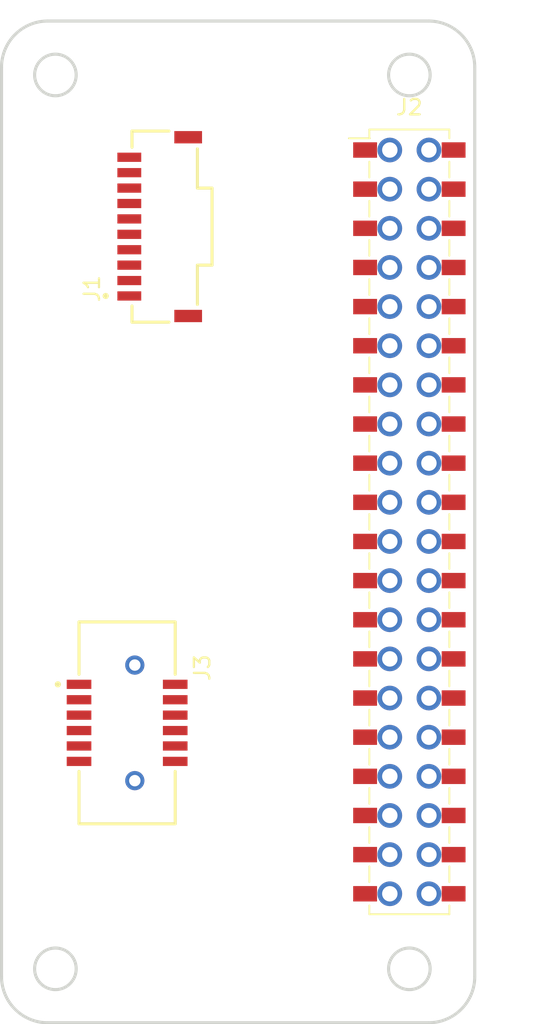
<source format=kicad_pcb>
(kicad_pcb (version 20211014) (generator pcbnew)
  (layers (0 "F.Cu" signal) (31 "B.Cu" signal) (34 "B.Paste" user) (35 "F.Paste" user) (36 "B.SilkS" user "B.Silkscreen") (37 "F.SilkS" user "F.Silkscreen") (38 "B.Mask" user) (39 "F.Mask" user) (44 "Edge.Cuts" user))
  (net 0 "")
  (net 40 "GND")
  (net 41 "+5V")
  (net 42 "SCL")
  (net 43 "SDA")
  (net 44 "~{SHUT_DWN_SIG}")
  (net 45 "ENDCAP_EN")
  (net 46 "GPS_INT")
  (net 47 "IMU_INT")
  (net 48 "+3V3")
  (footprint "custom:SAMTEC_T1M-06-X-DV" (layer "F.Cu") (at 122.16 118.79 -90)
    (fp_text reference "J3" (at -3.575 -4.885 90) (layer "F.SilkS"))
    (fp_text value "T1M-06-X-DV")
    (fp_line (start -6.55 3.125) (end -3.15 3.125) (layer "F.SilkS") (width 0.2))
    (fp_line (start 6.55 -3.125) (end 6.55 3.125) (layer "F.SilkS") (width 0.2))
    (fp_line (start -6.55 3.125) (end -6.55 -3.125) (layer "F.SilkS") (width 0.2))
    (fp_line (start 3.15 -3.125) (end 6.55 -3.125) (layer "F.SilkS") (width 0.2))
    (fp_line (start -6.55 -3.125) (end -3.15 -3.125) (layer "F.SilkS") (width 0.2))
    (fp_line (start 3.15 3.125) (end 6.55 3.125) (layer "F.SilkS") (width 0.2))
    (fp_circle (center -2.5 4.5) (end -2.4 4.5) (layer "F.SilkS") (width 0.2) (fill none))
    (pad "" np_thru_hole circle locked (at -5.25 2.15 270) (size 0.89 0.89) (drill 0.89) (layers *.Cu *.Mask))
    (pad "" np_thru_hole circle locked (at 5.25 2.15 270) (size 0.89 0.89) (drill 0.89) (layers *.Cu *.Mask))
    (pad "01" smd rect locked (at -2.5 3.125 270) (size 0.6 1.6) (layers "F.Cu" "F.Paste" "F.Mask"))
    (pad "02" smd rect locked (at -2.5 -3.125 270) (size 0.6 1.6) (layers "F.Cu" "F.Paste" "F.Mask"))
    (pad "03" smd rect locked (at -1.5 3.125 270) (size 0.6 1.6) (layers "F.Cu" "F.Paste" "F.Mask"))
    (pad "04" smd rect locked (at -1.5 -3.125 270) (size 0.6 1.6) (layers "F.Cu" "F.Paste" "F.Mask"))
    (pad "05" smd rect locked (at -0.5 3.125 270) (size 0.6 1.6) (layers "F.Cu" "F.Paste" "F.Mask"))
    (pad "06" smd rect locked (at -0.5 -3.125 270) (size 0.6 1.6) (layers "F.Cu" "F.Paste" "F.Mask"))
    (pad "07" smd rect locked (at 0.5 3.125 270) (size 0.6 1.6) (layers "F.Cu" "F.Paste" "F.Mask"))
    (pad "08" smd rect locked (at 0.5 -3.125 270) (size 0.6 1.6) (layers "F.Cu" "F.Paste" "F.Mask"))
    (pad "09" smd rect locked (at 1.5 3.125 270) (size 0.6 1.6) (layers "F.Cu" "F.Paste" "F.Mask"))
    (pad "10" smd rect locked (at 1.5 -3.125 270) (size 0.6 1.6) (layers "F.Cu" "F.Paste" "F.Mask"))
    (pad "11" smd rect locked (at 2.5 3.125 270) (size 0.6 1.6) (layers "F.Cu" "F.Paste" "F.Mask"))
    (pad "12" smd rect locked (at 2.5 -3.125 270) (size 0.6 1.6) (layers "F.Cu" "F.Paste" "F.Mask"))
    (pad "S1" thru_hole circle locked (at -3.75 -0.5 270) (size 1.248 1.248) (drill 0.74) (layers *.Cu *.Mask))
    (pad "S2" thru_hole circle locked (at 3.75 -0.5 270) (size 1.248 1.248) (drill 0.74) (layers *.Cu *.Mask))
  )
  (footprint "custom:SAMTEC_T1M-10-F-SH-L-K" (layer "F.Cu") (at 122.3025 86.59 90)
    (fp_text reference "J1" (at -4.025 -2.425 90) (layer "F.SilkS"))
    (fp_text value "T1M-10-F-SH-L-K")
    (fp_line (start -5.05 4.425) (end -2.5 4.425) (layer "F.SilkS") (width 0.2))
    (fp_line (start 6.2 0.175) (end 6.2 2.575) (layer "F.SilkS") (width 0.2))
    (fp_line (start 6.2 0.175) (end 5.15 0.175) (layer "F.SilkS") (width 0.2))
    (fp_line (start -6.2 0.175) (end -6.2 2.575) (layer "F.SilkS") (width 0.2))
    (fp_line (start -2.5 4.425) (end -2.5 5.375) (layer "F.SilkS") (width 0.2))
    (fp_line (start -2.5 5.375) (end 2.5 5.375) (layer "F.SilkS") (width 0.2))
    (fp_line (start -6.2 0.175) (end -5.15 0.175) (layer "F.SilkS") (width 0.2))
    (fp_line (start 2.5 4.425) (end 2.5 5.375) (layer "F.SilkS") (width 0.2))
    (fp_line (start 5.05 4.425) (end 2.5 4.425) (layer "F.SilkS") (width 0.2))
    (fp_circle (center -4.5 -1.535) (end -4.4 -1.535) (layer "F.SilkS") (width 0.2) (fill none))
    (pad "01" smd rect locked (at -4.5 0 90) (size 0.6 1.55) (layers "F.Cu" "F.Paste" "F.Mask") (net 40 "GND"))
    (pad "02" smd rect locked (at -3.5 0 90) (size 0.6 1.55) (layers "F.Cu" "F.Paste" "F.Mask") (net 41 "+5V"))
    (pad "03" smd rect locked (at -2.5 0 90) (size 0.6 1.55) (layers "F.Cu" "F.Paste" "F.Mask") (net 42 "SCL"))
    (pad "04" smd rect locked (at -1.5 0 90) (size 0.6 1.55) (layers "F.Cu" "F.Paste" "F.Mask") (net 43 "SDA"))
    (pad "05" smd rect locked (at -0.5 0 90) (size 0.6 1.55) (layers "F.Cu" "F.Paste" "F.Mask") (net 44 "~{SHUT_DWN_SIG}"))
    (pad "06" smd rect locked (at 0.5 0 90) (size 0.6 1.55) (layers "F.Cu" "F.Paste" "F.Mask") (net 45 "ENDCAP_EN"))
    (pad "07" smd rect locked (at 1.5 0 90) (size 0.6 1.55) (layers "F.Cu" "F.Paste" "F.Mask") (net 46 "GPS_INT"))
    (pad "08" smd rect locked (at 2.5 0 90) (size 0.6 1.55) (layers "F.Cu" "F.Paste" "F.Mask") (net 47 "IMU_INT"))
    (pad "09" smd rect locked (at 3.5 0 90) (size 0.6 1.55) (layers "F.Cu" "F.Paste" "F.Mask") (net 48 "+3V3"))
    (pad "10" smd rect locked (at 4.5 0 90) (size 0.6 1.55) (layers "F.Cu" "F.Paste" "F.Mask") (net 44 "~{SHUT_DWN_SIG}"))
    (pad "S1" smd rect locked (at -5.8 3.825 90) (size 0.8 1.8) (layers "F.Cu" "F.Paste" "F.Mask"))
    (pad "S2" smd rect locked (at 5.8 3.825 90) (size 0.8 1.8) (layers "F.Cu" "F.Paste" "F.Mask"))
  )
  (footprint "custom:Pi_PinSocket_2x20" (layer "F.Cu") (at 140.5 81.62)
    (fp_text reference "J2" (at 0 -2.77) (layer "F.SilkS"))
    (fp_text value "Conn_02x20_Odd_Even")
    (fp_line (start -2.6 -1.33) (end 2.6 -1.33) (layer "F.SilkS") (width 0.12))
    (fp_line (start 2.6 28.7) (end 2.6 29.72) (layer "F.SilkS") (width 0.12))
    (fp_line (start -2.6 18.54) (end -2.6 19.56) (layer "F.SilkS") (width 0.12))
    (fp_line (start -2.6 36.32) (end -2.6 37.34) (layer "F.SilkS") (width 0.12))
    (fp_line (start -2.6 26.16) (end -2.6 27.18) (layer "F.SilkS") (width 0.12))
    (fp_line (start -2.6 0.76) (end -2.6 1.78) (layer "F.SilkS") (width 0.12))
    (fp_line (start -2.6 49.59) (end 2.6 49.59) (layer "F.SilkS") (width 0.12))
    (fp_line (start -2.6 -1.33) (end -2.6 -0.76) (layer "F.SilkS") (width 0.12))
    (fp_line (start 2.6 13.46) (end 2.6 14.48) (layer "F.SilkS") (width 0.12))
    (fp_line (start -2.6 31.24) (end -2.6 32.26) (layer "F.SilkS") (width 0.12))
    (fp_line (start 2.6 23.62) (end 2.6 24.64) (layer "F.SilkS") (width 0.12))
    (fp_line (start -2.6 5.84) (end -2.6 6.86) (layer "F.SilkS") (width 0.12))
    (fp_line (start -2.6 3.3) (end -2.6 4.32) (layer "F.SilkS") (width 0.12))
    (fp_line (start -2.6 38.86) (end -2.6 39.88) (layer "F.SilkS") (width 0.12))
    (fp_line (start -2.6 33.78) (end -2.6 34.8) (layer "F.SilkS") (width 0.12))
    (fp_line (start -2.6 21.08) (end -2.6 22.1) (layer "F.SilkS") (width 0.12))
    (fp_line (start -2.6 10.92) (end -2.6 11.94) (layer "F.SilkS") (width 0.12))
    (fp_line (start 2.6 36.32) (end 2.6 37.34) (layer "F.SilkS") (width 0.12))
    (fp_line (start 2.6 49.02) (end 2.6 49.59) (layer "F.SilkS") (width 0.12))
    (fp_line (start -2.6 46.48) (end -2.6 47.5) (layer "F.SilkS") (width 0.12))
    (fp_line (start 2.6 33.78) (end 2.6 34.8) (layer "F.SilkS") (width 0.12))
    (fp_line (start -2.6 28.7) (end -2.6 29.72) (layer "F.SilkS") (width 0.12))
    (fp_line (start -2.6 41.4) (end -2.6 42.42) (layer "F.SilkS") (width 0.12))
    (fp_line (start 2.6 43.94) (end 2.6 44.96) (layer "F.SilkS") (width 0.12))
    (fp_line (start 2.6 10.92) (end 2.6 11.94) (layer "F.SilkS") (width 0.12))
    (fp_line (start 2.6 8.38) (end 2.6 9.4) (layer "F.SilkS") (width 0.12))
    (fp_line (start 2.6 18.54) (end 2.6 19.56) (layer "F.SilkS") (width 0.12))
    (fp_line (start 2.6 5.84) (end 2.6 6.86) (layer "F.SilkS") (width 0.12))
    (fp_line (start 2.6 31.24) (end 2.6 32.26) (layer "F.SilkS") (width 0.12))
    (fp_line (start 2.6 26.16) (end 2.6 27.18) (layer "F.SilkS") (width 0.12))
    (fp_line (start -2.6 43.94) (end -2.6 44.96) (layer "F.SilkS") (width 0.12))
    (fp_line (start -3.93 -0.76) (end -2.57 -0.76) (layer "F.SilkS") (width 0.12))
    (fp_line (start -2.6 49.02) (end -2.6 49.59) (layer "F.SilkS") (width 0.12))
    (fp_line (start 2.6 0.76) (end 2.6 1.78) (layer "F.SilkS") (width 0.12))
    (fp_line (start -2.6 16) (end -2.6 17.02) (layer "F.SilkS") (width 0.12))
    (fp_line (start -2.6 8.38) (end -2.6 9.4) (layer "F.SilkS") (width 0.12))
    (fp_line (start 2.6 38.86) (end 2.6 39.88) (layer "F.SilkS") (width 0.12))
    (fp_line (start 2.6 21.08) (end 2.6 22.1) (layer "F.SilkS") (width 0.12))
    (fp_line (start 2.6 41.4) (end 2.6 42.42) (layer "F.SilkS") (width 0.12))
    (fp_line (start 2.6 -1.33) (end 2.6 -0.76) (layer "F.SilkS") (width 0.12))
    (fp_line (start -2.6 13.46) (end -2.6 14.48) (layer "F.SilkS") (width 0.12))
    (fp_line (start 2.6 46.48) (end 2.6 47.5) (layer "F.SilkS") (width 0.12))
    (fp_line (start -2.6 23.62) (end -2.6 24.64) (layer "F.SilkS") (width 0.12))
    (fp_line (start 2.6 3.3) (end 2.6 4.32) (layer "F.SilkS") (width 0.12))
    (fp_line (start 2.6 16) (end 2.6 17.02) (layer "F.SilkS") (width 0.12))
    (pad "" thru_hole circle (at -1.27 43.18) (size 1.6 1.6) (drill 1) (layers *.Cu *.Mask))
    (pad "" thru_hole circle (at 1.27 0) (size 1.6 1.6) (drill 1) (layers *.Cu *.Mask))
    (pad "" thru_hole circle (at -1.27 38.1) (size 1.6 1.6) (drill 1) (layers *.Cu *.Mask))
    (pad "" thru_hole circle (at 1.27 43.18) (size 1.6 1.6) (drill 1) (layers *.Cu *.Mask))
    (pad "" thru_hole circle (at 1.27 15.24) (size 1.6 1.6) (drill 1) (layers *.Cu *.Mask))
    (pad "" thru_hole circle (at 1.27 38.1) (size 1.6 1.6) (drill 1) (layers *.Cu *.Mask))
    (pad "" thru_hole circle (at 1.27 20.32) (size 1.6 1.6) (drill 1) (layers *.Cu *.Mask))
    (pad "" thru_hole circle (at -1.27 20.32) (size 1.6 1.6) (drill 1) (layers *.Cu *.Mask))
    (pad "" thru_hole circle (at -1.27 48.26) (size 1.6 1.6) (drill 1) (layers *.Cu *.Mask))
    (pad "" thru_hole circle (at -1.27 45.72) (size 1.6 1.6) (drill 1) (layers *.Cu *.Mask))
    (pad "" thru_hole circle (at -1.27 5.08) (size 1.6 1.6) (drill 1) (layers *.Cu *.Mask))
    (pad "" thru_hole circle (at 1.27 33.02) (size 1.6 1.6) (drill 1) (layers *.Cu *.Mask))
    (pad "" thru_hole circle (at 1.27 27.94) (size 1.6 1.6) (drill 1) (layers *.Cu *.Mask))
    (pad "" thru_hole circle (at -1.27 2.54) (size 1.6 1.6) (drill 1) (layers *.Cu *.Mask))
    (pad "" thru_hole circle (at -1.27 7.62) (size 1.6 1.6) (drill 1) (layers *.Cu *.Mask))
    (pad "" thru_hole circle (at -1.27 25.4) (size 1.6 1.6) (drill 1) (layers *.Cu *.Mask))
    (pad "" thru_hole circle (at -1.27 35.56) (size 1.6 1.6) (drill 1) (layers *.Cu *.Mask))
    (pad "" thru_hole circle (at 1.27 48.26) (size 1.6 1.6) (drill 1) (layers *.Cu *.Mask))
    (pad "" thru_hole circle (at -1.27 10.16) (size 1.6 1.6) (drill 1) (layers *.Cu *.Mask))
    (pad "" thru_hole circle (at 1.27 40.64) (size 1.6 1.6) (drill 1) (layers *.Cu *.Mask))
    (pad "" thru_hole circle (at -1.27 12.7) (size 1.6 1.6) (drill 1) (layers *.Cu *.Mask))
    (pad "" thru_hole circle (at 1.27 10.16) (size 1.6 1.6) (drill 1) (layers *.Cu *.Mask))
    (pad "" thru_hole circle (at -1.27 22.86) (size 1.6 1.6) (drill 1) (layers *.Cu *.Mask))
    (pad "" thru_hole circle (at 1.27 35.56) (size 1.6 1.6) (drill 1) (layers *.Cu *.Mask))
    (pad "" thru_hole circle (at 1.27 22.86) (size 1.6 1.6) (drill 1) (layers *.Cu *.Mask))
    (pad "" thru_hole circle (at -1.27 15.24) (size 1.6 1.6) (drill 1) (layers *.Cu *.Mask))
    (pad "" thru_hole circle (at 1.27 25.4) (size 1.6 1.6) (drill 1) (layers *.Cu *.Mask))
    (pad "" thru_hole circle (at 1.27 7.62) (size 1.6 1.6) (drill 1) (layers *.Cu *.Mask))
    (pad "" thru_hole circle (at 1.27 12.7) (size 1.6 1.6) (drill 1) (layers *.Cu *.Mask))
    (pad "" thru_hole circle (at 1.27 30.48) (size 1.6 1.6) (drill 1) (layers *.Cu *.Mask))
    (pad "" thru_hole circle (at -1.27 40.64) (size 1.6 1.6) (drill 1) (layers *.Cu *.Mask))
    (pad "" thru_hole circle (at -1.27 0) (size 1.6 1.6) (drill 1) (layers *.Cu *.Mask))
    (pad "" thru_hole circle (at 1.27 17.78) (size 1.6 1.6) (drill 1) (layers *.Cu *.Mask))
    (pad "" thru_hole circle (at -1.27 30.48) (size 1.6 1.6) (drill 1) (layers *.Cu *.Mask))
    (pad "" thru_hole circle (at -1.27 27.94) (size 1.6 1.6) (drill 1) (layers *.Cu *.Mask))
    (pad "" thru_hole circle (at 1.27 45.72) (size 1.6 1.6) (drill 1) (layers *.Cu *.Mask))
    (pad "" thru_hole circle (at 1.27 2.54) (size 1.6 1.6) (drill 1) (layers *.Cu *.Mask))
    (pad "" thru_hole circle (at -1.27 17.78) (size 1.6 1.6) (drill 1) (layers *.Cu *.Mask))
    (pad "" thru_hole circle (at 1.27 5.08) (size 1.6 1.6) (drill 1) (layers *.Cu *.Mask))
    (pad "" thru_hole circle (at -1.27 33.02) (size 1.6 1.6) (drill 1) (layers *.Cu *.Mask))
    (pad "1" smd rect (at -2.875 0) (size 1.55 1) (layers "F.Cu" "F.Paste" "F.Mask"))
    (pad "2" smd rect (at 2.875 0) (size 1.55 1) (layers "F.Cu" "F.Paste" "F.Mask"))
    (pad "3" smd rect (at -2.875 2.54) (size 1.55 1) (layers "F.Cu" "F.Paste" "F.Mask"))
    (pad "4" smd rect (at 2.875 2.54) (size 1.55 1) (layers "F.Cu" "F.Paste" "F.Mask"))
    (pad "5" smd rect (at -2.875 5.08) (size 1.55 1) (layers "F.Cu" "F.Paste" "F.Mask"))
    (pad "6" smd rect (at 2.875 5.08) (size 1.55 1) (layers "F.Cu" "F.Paste" "F.Mask"))
    (pad "7" smd rect (at -2.875 7.62) (size 1.55 1) (layers "F.Cu" "F.Paste" "F.Mask"))
    (pad "8" smd rect (at 2.875 7.62) (size 1.55 1) (layers "F.Cu" "F.Paste" "F.Mask"))
    (pad "9" smd rect (at -2.875 10.16) (size 1.55 1) (layers "F.Cu" "F.Paste" "F.Mask"))
    (pad "10" smd rect (at 2.875 10.16) (size 1.55 1) (layers "F.Cu" "F.Paste" "F.Mask"))
    (pad "11" smd rect (at -2.875 12.7) (size 1.55 1) (layers "F.Cu" "F.Paste" "F.Mask"))
    (pad "12" smd rect (at 2.875 12.7) (size 1.55 1) (layers "F.Cu" "F.Paste" "F.Mask"))
    (pad "13" smd rect (at -2.875 15.24) (size 1.55 1) (layers "F.Cu" "F.Paste" "F.Mask"))
    (pad "14" smd rect (at 2.875 15.24) (size 1.55 1) (layers "F.Cu" "F.Paste" "F.Mask"))
    (pad "15" smd rect (at -2.875 17.78) (size 1.55 1) (layers "F.Cu" "F.Paste" "F.Mask"))
    (pad "16" smd rect (at 2.875 17.78) (size 1.55 1) (layers "F.Cu" "F.Paste" "F.Mask"))
    (pad "17" smd rect (at -2.875 20.32) (size 1.55 1) (layers "F.Cu" "F.Paste" "F.Mask"))
    (pad "18" smd rect (at 2.875 20.32) (size 1.55 1) (layers "F.Cu" "F.Paste" "F.Mask"))
    (pad "19" smd rect (at -2.875 22.86) (size 1.55 1) (layers "F.Cu" "F.Paste" "F.Mask"))
    (pad "20" smd rect (at 2.875 22.86) (size 1.55 1) (layers "F.Cu" "F.Paste" "F.Mask"))
    (pad "21" smd rect (at -2.875 25.4) (size 1.55 1) (layers "F.Cu" "F.Paste" "F.Mask"))
    (pad "22" smd rect (at 2.875 25.4) (size 1.55 1) (layers "F.Cu" "F.Paste" "F.Mask"))
    (pad "23" smd rect (at -2.875 27.94) (size 1.55 1) (layers "F.Cu" "F.Paste" "F.Mask"))
    (pad "24" smd rect (at 2.875 27.94) (size 1.55 1) (layers "F.Cu" "F.Paste" "F.Mask"))
    (pad "25" smd rect (at -2.875 30.48) (size 1.55 1) (layers "F.Cu" "F.Paste" "F.Mask"))
    (pad "26" smd rect (at 2.875 30.48) (size 1.55 1) (layers "F.Cu" "F.Paste" "F.Mask"))
    (pad "27" smd rect (at -2.875 33.02) (size 1.55 1) (layers "F.Cu" "F.Paste" "F.Mask"))
    (pad "28" smd rect (at 2.875 33.02) (size 1.55 1) (layers "F.Cu" "F.Paste" "F.Mask"))
    (pad "29" smd rect (at -2.875 35.56) (size 1.55 1) (layers "F.Cu" "F.Paste" "F.Mask"))
    (pad "30" smd rect (at 2.875 35.56) (size 1.55 1) (layers "F.Cu" "F.Paste" "F.Mask"))
    (pad "31" smd rect (at -2.875 38.1) (size 1.55 1) (layers "F.Cu" "F.Paste" "F.Mask"))
    (pad "32" smd rect (at 2.875 38.1) (size 1.55 1) (layers "F.Cu" "F.Paste" "F.Mask"))
    (pad "33" smd rect (at -2.875 40.64) (size 1.55 1) (layers "F.Cu" "F.Paste" "F.Mask"))
    (pad "34" smd rect (at 2.875 40.64) (size 1.55 1) (layers "F.Cu" "F.Paste" "F.Mask"))
    (pad "35" smd rect (at -2.875 43.18) (size 1.55 1) (layers "F.Cu" "F.Paste" "F.Mask"))
    (pad "36" smd rect (at 2.875 43.18) (size 1.55 1) (layers "F.Cu" "F.Paste" "F.Mask"))
    (pad "37" smd rect (at -2.875 45.72) (size 1.55 1) (layers "F.Cu" "F.Paste" "F.Mask"))
    (pad "38" smd rect (at 2.875 45.72) (size 1.55 1) (layers "F.Cu" "F.Paste" "F.Mask"))
    (pad "39" smd rect (at -2.875 48.26) (size 1.55 1) (layers "F.Cu" "F.Paste" "F.Mask"))
    (pad "40" smd rect (at 2.875 48.26) (size 1.55 1) (layers "F.Cu" "F.Paste" "F.Mask"))
  )
  (gr_circle (center 117.500001 76.75) (end 117.500001 75.4) (layer "Edge.Cuts") (width 0.2) (fill none))
  (gr_circle (center 140.5 76.75) (end 140.5 75.4) (layer "Edge.Cuts") (width 0.2) (fill none))
  (gr_arc (start 114.000001 76.250001) (mid 114.878681 74.128681) (end 117.000001 73.250001) (layer "Edge.Cuts") (width 0.2))
  (gr_circle (center 117.500001 134.75) (end 117.500001 133.4) (layer "Edge.Cuts") (width 0.2) (fill none))
  (gr_arc (start 141.75 73.250001) (mid 143.87132 74.128681) (end 144.75 76.250001) (layer "Edge.Cuts") (width 0.2))
  (gr_arc (start 144.75 135.249999) (mid 143.871321 137.37132) (end 141.750001 138.25) (layer "Edge.Cuts") (width 0.2))
  (gr_line (start 117.000001 73.250001) (end 141.75 73.250001) (layer "Edge.Cuts") (width 0.2))
  (gr_arc (start 117.000001 138.25) (mid 114.878681 137.37132) (end 114.000001 135.25) (layer "Edge.Cuts") (width 0.2))
  (gr_line (start 114.000001 135.25) (end 114.000002 76.250001) (layer "Edge.Cuts") (width 0.2))
  (gr_circle (center 140.5 134.75) (end 140.5 133.4) (layer "Edge.Cuts") (width 0.2) (fill none))
  (gr_line (start 144.75 76.250001) (end 144.750001 135.25) (layer "Edge.Cuts") (width 0.2))
  (gr_line (start 141.75 138.25) (end 117.000001 138.25) (layer "Edge.Cuts") (width 0.2))
)
</source>
